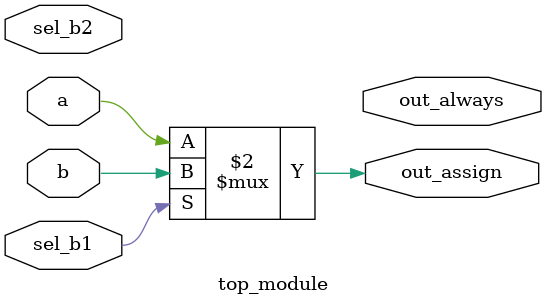
<source format=v>
module top_module(
    input a,
    input b,
    input sel_b1,
    input sel_b2,
    output wire out_assign,
    output reg out_always   ); 
    assign out_assign=(sel_b1==0)?a:b;
endmodule

</source>
